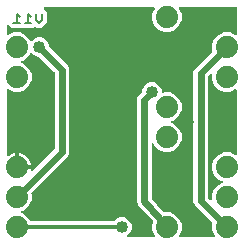
<source format=gbr>
G04 EAGLE Gerber RS-274X export*
G75*
%MOMM*%
%FSLAX34Y34*%
%LPD*%
%INBottom Copper*%
%IPPOS*%
%AMOC8*
5,1,8,0,0,1.08239X$1,22.5*%
G01*
%ADD10C,0.203200*%
%ADD11C,1.879600*%
%ADD12C,0.609600*%
%ADD13C,1.016000*%
%ADD14C,0.355600*%

G36*
X128399Y4081D02*
X128399Y4081D01*
X128513Y4091D01*
X128539Y4101D01*
X128567Y4105D01*
X128672Y4152D01*
X128779Y4193D01*
X128801Y4209D01*
X128826Y4221D01*
X128914Y4295D01*
X129005Y4364D01*
X129022Y4387D01*
X129043Y4404D01*
X129107Y4500D01*
X129175Y4592D01*
X129185Y4618D01*
X129201Y4641D01*
X129235Y4751D01*
X129276Y4858D01*
X129278Y4886D01*
X129286Y4912D01*
X129289Y5027D01*
X129299Y5141D01*
X129293Y5166D01*
X129294Y5196D01*
X129227Y5453D01*
X129223Y5469D01*
X127253Y10224D01*
X127253Y15176D01*
X127762Y16405D01*
X127789Y16507D01*
X127822Y16606D01*
X127824Y16644D01*
X127833Y16680D01*
X127830Y16785D01*
X127835Y16890D01*
X127826Y16927D01*
X127825Y16964D01*
X127793Y17064D01*
X127769Y17167D01*
X127751Y17195D01*
X127739Y17235D01*
X127627Y17402D01*
X127595Y17454D01*
X116199Y30750D01*
X116166Y30779D01*
X116146Y30807D01*
X115481Y31471D01*
X115451Y31545D01*
X115306Y31790D01*
X115292Y31804D01*
X115284Y31818D01*
X115232Y31878D01*
X114940Y32771D01*
X114921Y32810D01*
X114913Y32844D01*
X114553Y33712D01*
X114553Y33792D01*
X114513Y34074D01*
X114505Y34091D01*
X114503Y34108D01*
X114478Y34183D01*
X114550Y35120D01*
X114547Y35164D01*
X114553Y35198D01*
X114553Y121863D01*
X115481Y124104D01*
X118574Y127196D01*
X118626Y127266D01*
X118686Y127330D01*
X118712Y127379D01*
X118745Y127423D01*
X118765Y127477D01*
X118772Y127486D01*
X118780Y127512D01*
X118816Y127583D01*
X118824Y127630D01*
X118846Y127689D01*
X118850Y127733D01*
X118857Y127757D01*
X118860Y127844D01*
X118871Y127914D01*
X118871Y128617D01*
X120109Y131605D01*
X122395Y133891D01*
X125383Y135129D01*
X128617Y135129D01*
X131605Y133891D01*
X133891Y131605D01*
X135129Y128617D01*
X135129Y127398D01*
X135145Y127284D01*
X135155Y127170D01*
X135165Y127144D01*
X135169Y127117D01*
X135216Y127012D01*
X135257Y126905D01*
X135273Y126883D01*
X135285Y126857D01*
X135359Y126770D01*
X135428Y126678D01*
X135451Y126661D01*
X135468Y126640D01*
X135564Y126577D01*
X135656Y126508D01*
X135682Y126498D01*
X135705Y126483D01*
X135815Y126448D01*
X135922Y126407D01*
X135950Y126405D01*
X135976Y126397D01*
X136091Y126394D01*
X136205Y126385D01*
X136230Y126390D01*
X136260Y126390D01*
X136517Y126457D01*
X136533Y126460D01*
X137224Y126747D01*
X142176Y126747D01*
X146751Y124852D01*
X150252Y121351D01*
X152147Y116776D01*
X152147Y111824D01*
X150252Y107249D01*
X146751Y103748D01*
X143829Y102538D01*
X143804Y102523D01*
X143776Y102514D01*
X143681Y102451D01*
X143584Y102393D01*
X143564Y102372D01*
X143539Y102356D01*
X143466Y102269D01*
X143389Y102187D01*
X143375Y102161D01*
X143356Y102138D01*
X143310Y102035D01*
X143259Y101934D01*
X143253Y101905D01*
X143241Y101878D01*
X143225Y101766D01*
X143204Y101655D01*
X143206Y101626D01*
X143202Y101597D01*
X143218Y101485D01*
X143228Y101372D01*
X143239Y101345D01*
X143243Y101315D01*
X143289Y101212D01*
X143330Y101107D01*
X143348Y101083D01*
X143360Y101056D01*
X143433Y100970D01*
X143502Y100880D01*
X143525Y100862D01*
X143544Y100840D01*
X143611Y100798D01*
X143729Y100710D01*
X143788Y100688D01*
X143829Y100662D01*
X146751Y99452D01*
X150252Y95951D01*
X152147Y91376D01*
X152147Y86424D01*
X150252Y81849D01*
X146751Y78348D01*
X142176Y76453D01*
X137224Y76453D01*
X132649Y78348D01*
X129148Y81849D01*
X128700Y82932D01*
X128656Y83006D01*
X128621Y83084D01*
X128584Y83127D01*
X128555Y83176D01*
X128493Y83235D01*
X128437Y83301D01*
X128390Y83333D01*
X128349Y83372D01*
X128272Y83411D01*
X128201Y83459D01*
X128147Y83476D01*
X128096Y83502D01*
X128012Y83518D01*
X127930Y83544D01*
X127873Y83546D01*
X127817Y83557D01*
X127732Y83549D01*
X127646Y83552D01*
X127591Y83537D01*
X127534Y83532D01*
X127453Y83502D01*
X127371Y83480D01*
X127322Y83451D01*
X127269Y83430D01*
X127200Y83378D01*
X127126Y83335D01*
X127087Y83293D01*
X127042Y83259D01*
X126990Y83190D01*
X126932Y83127D01*
X126906Y83077D01*
X126872Y83031D01*
X126841Y82951D01*
X126802Y82874D01*
X126794Y82825D01*
X126771Y82765D01*
X126760Y82620D01*
X126747Y82543D01*
X126747Y37556D01*
X126754Y37508D01*
X126751Y37459D01*
X126773Y37368D01*
X126787Y37274D01*
X126806Y37230D01*
X126818Y37183D01*
X126856Y37119D01*
X126903Y37015D01*
X126959Y36949D01*
X126991Y36895D01*
X136757Y25501D01*
X136852Y25418D01*
X136944Y25332D01*
X136959Y25324D01*
X136971Y25313D01*
X137085Y25260D01*
X137197Y25202D01*
X137212Y25200D01*
X137228Y25192D01*
X137509Y25147D01*
X137519Y25148D01*
X137528Y25147D01*
X142176Y25147D01*
X146751Y23252D01*
X150252Y19751D01*
X152147Y15176D01*
X152147Y10224D01*
X150177Y5469D01*
X150148Y5357D01*
X150114Y5248D01*
X150113Y5220D01*
X150106Y5193D01*
X150109Y5079D01*
X150106Y4964D01*
X150113Y4937D01*
X150114Y4909D01*
X150149Y4800D01*
X150178Y4689D01*
X150192Y4665D01*
X150201Y4638D01*
X150265Y4543D01*
X150323Y4444D01*
X150344Y4425D01*
X150359Y4402D01*
X150447Y4328D01*
X150531Y4250D01*
X150555Y4237D01*
X150577Y4219D01*
X150681Y4173D01*
X150784Y4120D01*
X150808Y4116D01*
X150836Y4104D01*
X151100Y4067D01*
X151115Y4065D01*
X179085Y4065D01*
X179199Y4081D01*
X179313Y4091D01*
X179339Y4101D01*
X179367Y4105D01*
X179472Y4152D01*
X179579Y4193D01*
X179601Y4209D01*
X179626Y4221D01*
X179714Y4295D01*
X179805Y4364D01*
X179822Y4387D01*
X179843Y4404D01*
X179907Y4500D01*
X179975Y4592D01*
X179985Y4618D01*
X180001Y4641D01*
X180035Y4751D01*
X180076Y4858D01*
X180078Y4886D01*
X180086Y4912D01*
X180089Y5027D01*
X180099Y5141D01*
X180093Y5166D01*
X180094Y5196D01*
X180027Y5453D01*
X180023Y5469D01*
X178053Y10224D01*
X178053Y15176D01*
X178189Y15503D01*
X178189Y15504D01*
X178190Y15506D01*
X178224Y15639D01*
X178260Y15778D01*
X178260Y15780D01*
X178260Y15781D01*
X178256Y15919D01*
X178252Y16062D01*
X178251Y16064D01*
X178251Y16065D01*
X178210Y16192D01*
X178165Y16333D01*
X178164Y16334D01*
X178164Y16336D01*
X178155Y16348D01*
X178007Y16569D01*
X177983Y16589D01*
X177969Y16609D01*
X163106Y31471D01*
X162178Y33712D01*
X162178Y144088D01*
X163106Y146329D01*
X177969Y161191D01*
X177970Y161192D01*
X177971Y161193D01*
X178059Y161311D01*
X178140Y161418D01*
X178140Y161419D01*
X178141Y161421D01*
X178191Y161554D01*
X178241Y161684D01*
X178241Y161685D01*
X178241Y161687D01*
X178252Y161820D01*
X178264Y161967D01*
X178264Y161968D01*
X178264Y161970D01*
X178261Y161985D01*
X178208Y162246D01*
X178194Y162273D01*
X178189Y162297D01*
X178053Y162624D01*
X178053Y167576D01*
X179948Y172151D01*
X183449Y175652D01*
X188024Y177547D01*
X192976Y177547D01*
X197731Y175577D01*
X197843Y175548D01*
X197952Y175514D01*
X197980Y175513D01*
X198007Y175506D01*
X198121Y175509D01*
X198236Y175506D01*
X198263Y175513D01*
X198291Y175514D01*
X198400Y175549D01*
X198511Y175578D01*
X198535Y175592D01*
X198562Y175601D01*
X198657Y175665D01*
X198756Y175723D01*
X198775Y175744D01*
X198798Y175759D01*
X198872Y175847D01*
X198950Y175931D01*
X198963Y175955D01*
X198981Y175977D01*
X199027Y176081D01*
X199080Y176184D01*
X199084Y176208D01*
X199096Y176236D01*
X199133Y176500D01*
X199135Y176515D01*
X199135Y198120D01*
X199127Y198178D01*
X199129Y198236D01*
X199107Y198318D01*
X199095Y198402D01*
X199072Y198455D01*
X199057Y198511D01*
X199014Y198584D01*
X198979Y198661D01*
X198941Y198706D01*
X198912Y198756D01*
X198850Y198814D01*
X198796Y198878D01*
X198747Y198910D01*
X198704Y198950D01*
X198629Y198989D01*
X198559Y199036D01*
X198503Y199053D01*
X198451Y199080D01*
X198383Y199091D01*
X198288Y199121D01*
X198188Y199124D01*
X198120Y199135D01*
X151115Y199135D01*
X151001Y199119D01*
X150887Y199109D01*
X150861Y199099D01*
X150833Y199095D01*
X150728Y199048D01*
X150621Y199007D01*
X150599Y198991D01*
X150574Y198979D01*
X150486Y198905D01*
X150395Y198836D01*
X150378Y198813D01*
X150357Y198796D01*
X150293Y198700D01*
X150225Y198608D01*
X150215Y198582D01*
X150199Y198559D01*
X150165Y198449D01*
X150124Y198342D01*
X150122Y198314D01*
X150114Y198288D01*
X150111Y198173D01*
X150101Y198059D01*
X150107Y198034D01*
X150106Y198004D01*
X150173Y197747D01*
X150177Y197731D01*
X152147Y192976D01*
X152147Y188024D01*
X150252Y183449D01*
X146751Y179948D01*
X142176Y178053D01*
X137224Y178053D01*
X132649Y179948D01*
X129148Y183449D01*
X127253Y188024D01*
X127253Y192976D01*
X129223Y197731D01*
X129252Y197843D01*
X129286Y197952D01*
X129287Y197980D01*
X129294Y198007D01*
X129291Y198121D01*
X129294Y198236D01*
X129287Y198263D01*
X129286Y198291D01*
X129251Y198400D01*
X129222Y198511D01*
X129208Y198535D01*
X129199Y198562D01*
X129135Y198657D01*
X129077Y198756D01*
X129056Y198775D01*
X129041Y198798D01*
X128953Y198872D01*
X128869Y198950D01*
X128845Y198963D01*
X128823Y198981D01*
X128719Y199027D01*
X128616Y199080D01*
X128592Y199084D01*
X128564Y199096D01*
X128300Y199133D01*
X128285Y199135D01*
X36274Y199135D01*
X36245Y199131D01*
X36216Y199134D01*
X36105Y199111D01*
X35993Y199095D01*
X35966Y199083D01*
X35937Y199078D01*
X35836Y199025D01*
X35733Y198979D01*
X35711Y198960D01*
X35685Y198947D01*
X35603Y198869D01*
X35516Y198796D01*
X35500Y198771D01*
X35479Y198751D01*
X35421Y198653D01*
X35359Y198559D01*
X35350Y198531D01*
X35335Y198506D01*
X35307Y198396D01*
X35273Y198288D01*
X35272Y198258D01*
X35265Y198230D01*
X35268Y198117D01*
X35266Y198004D01*
X35273Y197975D01*
X35274Y197946D01*
X35309Y197838D01*
X35337Y197729D01*
X35352Y197703D01*
X35361Y197675D01*
X35407Y197612D01*
X35483Y197484D01*
X35528Y197441D01*
X35556Y197402D01*
X37974Y194985D01*
X37974Y186194D01*
X34093Y182313D01*
X32881Y181101D01*
X29514Y181101D01*
X28594Y182021D01*
X28547Y182057D01*
X28507Y182099D01*
X28434Y182142D01*
X28366Y182192D01*
X28312Y182213D01*
X28261Y182243D01*
X28180Y182264D01*
X28101Y182294D01*
X28042Y182298D01*
X27986Y182313D01*
X27901Y182310D01*
X27817Y182317D01*
X27760Y182306D01*
X27702Y182304D01*
X27621Y182278D01*
X27539Y182261D01*
X27487Y182234D01*
X27431Y182216D01*
X27375Y182176D01*
X27286Y182130D01*
X27214Y182061D01*
X27158Y182021D01*
X26238Y181101D01*
X8092Y181101D01*
X5798Y183395D01*
X5774Y183413D01*
X5755Y183435D01*
X5661Y183498D01*
X5571Y183566D01*
X5543Y183576D01*
X5519Y183593D01*
X5411Y183627D01*
X5305Y183667D01*
X5276Y183670D01*
X5248Y183678D01*
X5134Y183681D01*
X5022Y183691D01*
X4993Y183685D01*
X4964Y183686D01*
X4854Y183657D01*
X4743Y183635D01*
X4717Y183621D01*
X4689Y183614D01*
X4591Y183556D01*
X4491Y183504D01*
X4469Y183484D01*
X4444Y183469D01*
X4367Y183386D01*
X4285Y183308D01*
X4270Y183283D01*
X4250Y183261D01*
X4198Y183161D01*
X4141Y183063D01*
X4134Y183034D01*
X4120Y183008D01*
X4107Y182931D01*
X4071Y182787D01*
X4073Y182725D01*
X4065Y182677D01*
X4065Y176515D01*
X4081Y176401D01*
X4091Y176287D01*
X4101Y176261D01*
X4105Y176233D01*
X4152Y176128D01*
X4193Y176021D01*
X4209Y175999D01*
X4221Y175974D01*
X4295Y175886D01*
X4364Y175795D01*
X4387Y175778D01*
X4404Y175757D01*
X4500Y175693D01*
X4592Y175624D01*
X4618Y175615D01*
X4641Y175599D01*
X4751Y175565D01*
X4858Y175524D01*
X4886Y175522D01*
X4912Y175514D01*
X5027Y175511D01*
X5141Y175501D01*
X5166Y175507D01*
X5196Y175506D01*
X5453Y175573D01*
X5469Y175577D01*
X10224Y177547D01*
X15176Y177547D01*
X19751Y175652D01*
X23252Y172151D01*
X23857Y170688D01*
X23916Y170590D01*
X23969Y170488D01*
X23988Y170468D01*
X24002Y170444D01*
X24086Y170365D01*
X24165Y170281D01*
X24188Y170267D01*
X24209Y170248D01*
X24311Y170196D01*
X24410Y170138D01*
X24437Y170131D01*
X24461Y170118D01*
X24574Y170096D01*
X24685Y170068D01*
X24713Y170069D01*
X24740Y170063D01*
X24855Y170073D01*
X24969Y170077D01*
X24996Y170085D01*
X25023Y170088D01*
X25131Y170129D01*
X25240Y170164D01*
X25260Y170179D01*
X25289Y170190D01*
X25501Y170350D01*
X25513Y170359D01*
X27145Y171991D01*
X30133Y173229D01*
X33367Y173229D01*
X36355Y171991D01*
X38641Y169705D01*
X39879Y166717D01*
X39879Y166014D01*
X39891Y165927D01*
X39894Y165840D01*
X39911Y165787D01*
X39919Y165732D01*
X39954Y165653D01*
X39981Y165569D01*
X40009Y165530D01*
X40035Y165473D01*
X40131Y165360D01*
X40176Y165296D01*
X54111Y151361D01*
X55969Y149504D01*
X56897Y147263D01*
X56897Y74987D01*
X55969Y72746D01*
X25231Y42009D01*
X25230Y42008D01*
X25229Y42007D01*
X25141Y41889D01*
X25060Y41782D01*
X25060Y41781D01*
X25059Y41779D01*
X25009Y41646D01*
X24959Y41516D01*
X24959Y41515D01*
X24959Y41513D01*
X24947Y41374D01*
X24936Y41233D01*
X24936Y41232D01*
X24936Y41230D01*
X24939Y41215D01*
X24992Y40954D01*
X25006Y40927D01*
X25011Y40903D01*
X25147Y40576D01*
X25147Y35624D01*
X23252Y31049D01*
X19751Y27548D01*
X16829Y26338D01*
X16804Y26323D01*
X16776Y26314D01*
X16681Y26251D01*
X16584Y26193D01*
X16564Y26172D01*
X16539Y26156D01*
X16466Y26069D01*
X16389Y25987D01*
X16375Y25961D01*
X16356Y25938D01*
X16310Y25835D01*
X16259Y25734D01*
X16253Y25705D01*
X16241Y25678D01*
X16225Y25566D01*
X16204Y25455D01*
X16206Y25426D01*
X16202Y25397D01*
X16218Y25285D01*
X16228Y25172D01*
X16239Y25145D01*
X16243Y25115D01*
X16289Y25012D01*
X16330Y24907D01*
X16348Y24883D01*
X16360Y24856D01*
X16433Y24770D01*
X16502Y24680D01*
X16525Y24662D01*
X16544Y24640D01*
X16611Y24598D01*
X16729Y24510D01*
X16788Y24488D01*
X16829Y24462D01*
X19751Y23252D01*
X23252Y19751D01*
X23913Y18153D01*
X23914Y18152D01*
X23915Y18151D01*
X23986Y18030D01*
X24058Y17909D01*
X24059Y17908D01*
X24060Y17906D01*
X24164Y17809D01*
X24265Y17713D01*
X24266Y17713D01*
X24267Y17712D01*
X24393Y17647D01*
X24517Y17583D01*
X24519Y17583D01*
X24520Y17582D01*
X24535Y17580D01*
X24796Y17528D01*
X24827Y17531D01*
X24851Y17527D01*
X94510Y17527D01*
X94597Y17539D01*
X94684Y17542D01*
X94737Y17559D01*
X94792Y17567D01*
X94872Y17602D01*
X94955Y17629D01*
X94994Y17657D01*
X95051Y17683D01*
X95165Y17779D01*
X95228Y17824D01*
X96995Y19591D01*
X99983Y20829D01*
X103217Y20829D01*
X106205Y19591D01*
X108491Y17305D01*
X109729Y14317D01*
X109729Y11083D01*
X108491Y8095D01*
X106194Y5798D01*
X106176Y5774D01*
X106154Y5755D01*
X106091Y5661D01*
X106023Y5571D01*
X106012Y5543D01*
X105996Y5519D01*
X105962Y5411D01*
X105922Y5305D01*
X105919Y5276D01*
X105910Y5248D01*
X105907Y5134D01*
X105898Y5022D01*
X105904Y4993D01*
X105903Y4964D01*
X105932Y4854D01*
X105954Y4743D01*
X105967Y4717D01*
X105975Y4689D01*
X106033Y4591D01*
X106085Y4491D01*
X106105Y4469D01*
X106120Y4444D01*
X106203Y4367D01*
X106281Y4285D01*
X106306Y4270D01*
X106327Y4250D01*
X106428Y4198D01*
X106526Y4141D01*
X106554Y4134D01*
X106580Y4120D01*
X106658Y4107D01*
X106801Y4071D01*
X106864Y4073D01*
X106912Y4065D01*
X128285Y4065D01*
X128399Y4081D01*
G37*
G36*
X25462Y59851D02*
X25462Y59851D01*
X25570Y59854D01*
X25603Y59864D01*
X25636Y59868D01*
X25738Y59908D01*
X25841Y59942D01*
X25866Y59959D01*
X25901Y59973D01*
X26074Y60107D01*
X26114Y60136D01*
X44406Y78428D01*
X44458Y78498D01*
X44518Y78562D01*
X44544Y78611D01*
X44577Y78655D01*
X44608Y78737D01*
X44648Y78815D01*
X44656Y78862D01*
X44678Y78921D01*
X44686Y79014D01*
X44689Y79025D01*
X44690Y79069D01*
X44703Y79146D01*
X44703Y143104D01*
X44691Y143191D01*
X44688Y143278D01*
X44671Y143331D01*
X44663Y143386D01*
X44628Y143465D01*
X44601Y143549D01*
X44573Y143588D01*
X44547Y143645D01*
X44451Y143758D01*
X44434Y143783D01*
X44430Y143790D01*
X44427Y143792D01*
X44406Y143822D01*
X31554Y156674D01*
X31484Y156726D01*
X31420Y156786D01*
X31371Y156812D01*
X31327Y156845D01*
X31245Y156876D01*
X31167Y156916D01*
X31120Y156924D01*
X31061Y156946D01*
X30913Y156958D01*
X30836Y156971D01*
X30133Y156971D01*
X27145Y158209D01*
X25513Y159841D01*
X25421Y159910D01*
X25334Y159984D01*
X25308Y159995D01*
X25286Y160012D01*
X25179Y160053D01*
X25074Y160099D01*
X25046Y160103D01*
X25020Y160113D01*
X24906Y160123D01*
X24792Y160138D01*
X24765Y160134D01*
X24737Y160137D01*
X24625Y160114D01*
X24511Y160098D01*
X24486Y160086D01*
X24458Y160081D01*
X24356Y160028D01*
X24252Y159981D01*
X24231Y159963D01*
X24206Y159950D01*
X24123Y159871D01*
X24035Y159796D01*
X24022Y159775D01*
X24000Y159754D01*
X23865Y159524D01*
X23857Y159512D01*
X23252Y158049D01*
X19751Y154548D01*
X16829Y153338D01*
X16804Y153323D01*
X16776Y153314D01*
X16681Y153251D01*
X16584Y153193D01*
X16564Y153172D01*
X16539Y153156D01*
X16467Y153069D01*
X16389Y152987D01*
X16375Y152961D01*
X16357Y152938D01*
X16311Y152835D01*
X16259Y152734D01*
X16253Y152705D01*
X16241Y152678D01*
X16225Y152566D01*
X16204Y152455D01*
X16206Y152426D01*
X16202Y152397D01*
X16218Y152285D01*
X16228Y152172D01*
X16239Y152145D01*
X16243Y152116D01*
X16289Y152012D01*
X16330Y151907D01*
X16348Y151883D01*
X16360Y151856D01*
X16433Y151770D01*
X16502Y151680D01*
X16525Y151662D01*
X16544Y151640D01*
X16611Y151598D01*
X16729Y151510D01*
X16788Y151488D01*
X16829Y151462D01*
X19751Y150252D01*
X23252Y146751D01*
X25147Y142176D01*
X25147Y137224D01*
X23252Y132649D01*
X19751Y129148D01*
X15176Y127253D01*
X10224Y127253D01*
X5469Y129223D01*
X5357Y129252D01*
X5248Y129286D01*
X5220Y129287D01*
X5193Y129294D01*
X5079Y129291D01*
X4964Y129294D01*
X4937Y129287D01*
X4909Y129286D01*
X4800Y129251D01*
X4689Y129222D01*
X4665Y129208D01*
X4638Y129199D01*
X4543Y129135D01*
X4444Y129077D01*
X4425Y129056D01*
X4402Y129041D01*
X4328Y128953D01*
X4250Y128869D01*
X4237Y128845D01*
X4219Y128823D01*
X4173Y128719D01*
X4120Y128616D01*
X4116Y128592D01*
X4104Y128564D01*
X4067Y128300D01*
X4065Y128285D01*
X4065Y73976D01*
X4078Y73885D01*
X4081Y73793D01*
X4097Y73744D01*
X4105Y73694D01*
X4142Y73610D01*
X4171Y73523D01*
X4200Y73481D01*
X4221Y73435D01*
X4280Y73365D01*
X4332Y73289D01*
X4372Y73257D01*
X4404Y73218D01*
X4481Y73167D01*
X4552Y73108D01*
X4599Y73088D01*
X4641Y73060D01*
X4729Y73032D01*
X4813Y72996D01*
X4864Y72990D01*
X4912Y72974D01*
X5004Y72972D01*
X5095Y72961D01*
X5146Y72968D01*
X5196Y72967D01*
X5285Y72990D01*
X5376Y73005D01*
X5416Y73025D01*
X5471Y73039D01*
X5608Y73120D01*
X5677Y73154D01*
X6443Y73711D01*
X8117Y74564D01*
X9904Y75145D01*
X10669Y75266D01*
X10669Y64516D01*
X10677Y64458D01*
X10675Y64400D01*
X10697Y64318D01*
X10709Y64235D01*
X10733Y64181D01*
X10747Y64125D01*
X10790Y64052D01*
X10825Y63975D01*
X10863Y63931D01*
X10893Y63880D01*
X10954Y63823D01*
X11009Y63758D01*
X11057Y63726D01*
X11100Y63686D01*
X11175Y63647D01*
X11245Y63601D01*
X11301Y63583D01*
X11353Y63556D01*
X11421Y63545D01*
X11516Y63515D01*
X11616Y63512D01*
X11684Y63501D01*
X12701Y63501D01*
X12701Y62484D01*
X12709Y62426D01*
X12708Y62368D01*
X12729Y62286D01*
X12741Y62203D01*
X12765Y62149D01*
X12779Y62093D01*
X12822Y62020D01*
X12857Y61943D01*
X12895Y61898D01*
X12925Y61848D01*
X12986Y61790D01*
X13041Y61726D01*
X13089Y61694D01*
X13132Y61654D01*
X13207Y61615D01*
X13277Y61569D01*
X13333Y61551D01*
X13385Y61524D01*
X13453Y61513D01*
X13548Y61483D01*
X13648Y61480D01*
X13716Y61469D01*
X24466Y61469D01*
X24394Y61013D01*
X24392Y60904D01*
X24383Y60796D01*
X24390Y60763D01*
X24389Y60729D01*
X24417Y60624D01*
X24439Y60517D01*
X24454Y60487D01*
X24463Y60454D01*
X24520Y60361D01*
X24570Y60265D01*
X24593Y60240D01*
X24611Y60211D01*
X24691Y60138D01*
X24766Y60059D01*
X24795Y60042D01*
X24820Y60019D01*
X24917Y59970D01*
X25011Y59915D01*
X25044Y59907D01*
X25074Y59892D01*
X25181Y59872D01*
X25286Y59845D01*
X25320Y59846D01*
X25354Y59840D01*
X25462Y59851D01*
G37*
G36*
X177125Y35212D02*
X177125Y35212D01*
X177154Y35211D01*
X177264Y35240D01*
X177375Y35262D01*
X177401Y35276D01*
X177429Y35283D01*
X177527Y35341D01*
X177627Y35393D01*
X177649Y35413D01*
X177674Y35428D01*
X177751Y35511D01*
X177833Y35589D01*
X177848Y35614D01*
X177868Y35636D01*
X177920Y35736D01*
X177977Y35834D01*
X177984Y35863D01*
X177998Y35889D01*
X178011Y35966D01*
X178047Y36110D01*
X178045Y36172D01*
X178053Y36220D01*
X178053Y40576D01*
X179948Y45151D01*
X183449Y48652D01*
X186371Y49862D01*
X186396Y49877D01*
X186424Y49886D01*
X186519Y49949D01*
X186616Y50007D01*
X186636Y50028D01*
X186661Y50044D01*
X186733Y50131D01*
X186811Y50213D01*
X186825Y50239D01*
X186843Y50262D01*
X186889Y50365D01*
X186941Y50466D01*
X186947Y50495D01*
X186959Y50522D01*
X186975Y50634D01*
X186996Y50745D01*
X186994Y50774D01*
X186998Y50803D01*
X186982Y50915D01*
X186972Y51028D01*
X186961Y51055D01*
X186957Y51084D01*
X186911Y51188D01*
X186870Y51293D01*
X186852Y51317D01*
X186840Y51344D01*
X186767Y51430D01*
X186698Y51520D01*
X186675Y51538D01*
X186656Y51560D01*
X186589Y51602D01*
X186471Y51690D01*
X186412Y51712D01*
X186371Y51738D01*
X183449Y52948D01*
X179948Y56449D01*
X178053Y61024D01*
X178053Y65976D01*
X179948Y70551D01*
X183449Y74052D01*
X188024Y75947D01*
X192976Y75947D01*
X197731Y73977D01*
X197843Y73948D01*
X197952Y73914D01*
X197980Y73913D01*
X198007Y73906D01*
X198121Y73909D01*
X198236Y73906D01*
X198263Y73913D01*
X198291Y73914D01*
X198400Y73949D01*
X198511Y73978D01*
X198535Y73992D01*
X198562Y74001D01*
X198657Y74065D01*
X198756Y74123D01*
X198775Y74144D01*
X198798Y74159D01*
X198872Y74247D01*
X198950Y74331D01*
X198963Y74355D01*
X198981Y74377D01*
X199027Y74481D01*
X199080Y74584D01*
X199084Y74608D01*
X199096Y74636D01*
X199133Y74900D01*
X199135Y74915D01*
X199135Y128285D01*
X199119Y128399D01*
X199109Y128513D01*
X199099Y128539D01*
X199095Y128567D01*
X199048Y128672D01*
X199007Y128779D01*
X198991Y128801D01*
X198979Y128826D01*
X198905Y128914D01*
X198836Y129005D01*
X198813Y129022D01*
X198796Y129043D01*
X198700Y129107D01*
X198608Y129176D01*
X198582Y129185D01*
X198559Y129201D01*
X198449Y129235D01*
X198342Y129276D01*
X198314Y129278D01*
X198288Y129286D01*
X198173Y129289D01*
X198059Y129299D01*
X198034Y129293D01*
X198004Y129294D01*
X197747Y129227D01*
X197731Y129223D01*
X192976Y127253D01*
X188024Y127253D01*
X183449Y129148D01*
X179948Y132649D01*
X178053Y137224D01*
X178053Y141580D01*
X178049Y141609D01*
X178052Y141638D01*
X178029Y141750D01*
X178013Y141862D01*
X178001Y141888D01*
X177996Y141917D01*
X177943Y142018D01*
X177897Y142121D01*
X177878Y142143D01*
X177865Y142170D01*
X177787Y142252D01*
X177714Y142338D01*
X177689Y142354D01*
X177669Y142376D01*
X177571Y142433D01*
X177477Y142496D01*
X177449Y142505D01*
X177424Y142519D01*
X177314Y142547D01*
X177206Y142581D01*
X177176Y142582D01*
X177148Y142589D01*
X177035Y142586D01*
X176922Y142589D01*
X176893Y142581D01*
X176864Y142580D01*
X176756Y142545D01*
X176647Y142517D01*
X176621Y142502D01*
X176593Y142493D01*
X176529Y142447D01*
X176402Y142372D01*
X176359Y142326D01*
X176320Y142298D01*
X174669Y140647D01*
X174617Y140577D01*
X174557Y140513D01*
X174531Y140464D01*
X174498Y140420D01*
X174467Y140338D01*
X174427Y140260D01*
X174419Y140213D01*
X174397Y140154D01*
X174385Y140006D01*
X174372Y139929D01*
X174372Y37871D01*
X174384Y37784D01*
X174387Y37697D01*
X174404Y37644D01*
X174412Y37589D01*
X174447Y37510D01*
X174474Y37426D01*
X174502Y37387D01*
X174528Y37330D01*
X174624Y37217D01*
X174669Y37153D01*
X176320Y35502D01*
X176344Y35484D01*
X176363Y35462D01*
X176457Y35399D01*
X176547Y35331D01*
X176575Y35321D01*
X176599Y35304D01*
X176707Y35270D01*
X176813Y35230D01*
X176842Y35227D01*
X176870Y35219D01*
X176984Y35216D01*
X177096Y35206D01*
X177125Y35212D01*
G37*
%LPC*%
G36*
X14731Y65531D02*
X14731Y65531D01*
X14731Y75266D01*
X15496Y75145D01*
X17283Y74564D01*
X18957Y73711D01*
X20478Y72606D01*
X21806Y71278D01*
X22911Y69757D01*
X23764Y68083D01*
X24345Y66296D01*
X24466Y65531D01*
X14731Y65531D01*
G37*
%LPD*%
D10*
X33909Y193301D02*
X33909Y187878D01*
X31197Y185166D01*
X28486Y187878D01*
X28486Y193301D01*
X24554Y190589D02*
X21842Y193301D01*
X21842Y185166D01*
X19131Y185166D02*
X24554Y185166D01*
X15199Y190589D02*
X12487Y193301D01*
X12487Y185166D01*
X15199Y185166D02*
X9775Y185166D01*
D11*
X190500Y165100D03*
X190500Y139700D03*
X12700Y165100D03*
X12700Y139700D03*
X12700Y12700D03*
X12700Y38100D03*
X12700Y63500D03*
X190500Y12700D03*
X190500Y38100D03*
X190500Y63500D03*
X139700Y88900D03*
X139700Y12700D03*
X139700Y114300D03*
X139700Y190500D03*
D12*
X168275Y142875D02*
X190500Y165100D01*
X168275Y142875D02*
X168275Y34925D01*
X190500Y12700D01*
X50800Y76200D02*
X12700Y38100D01*
X50800Y76200D02*
X50800Y146050D01*
X31750Y165100D01*
D13*
X31750Y165100D03*
X95250Y127000D03*
X114300Y177800D03*
X101600Y177800D03*
X107950Y127000D03*
X31750Y139700D03*
X88900Y177800D03*
X157163Y101600D03*
X168275Y190500D03*
X82550Y127000D03*
X179388Y101600D03*
D14*
X101600Y12700D02*
X12700Y12700D01*
D13*
X101600Y12700D03*
D12*
X120650Y34925D02*
X120650Y120650D01*
X127000Y127000D01*
X120650Y34925D02*
X139700Y12700D01*
D13*
X127000Y127000D03*
M02*

</source>
